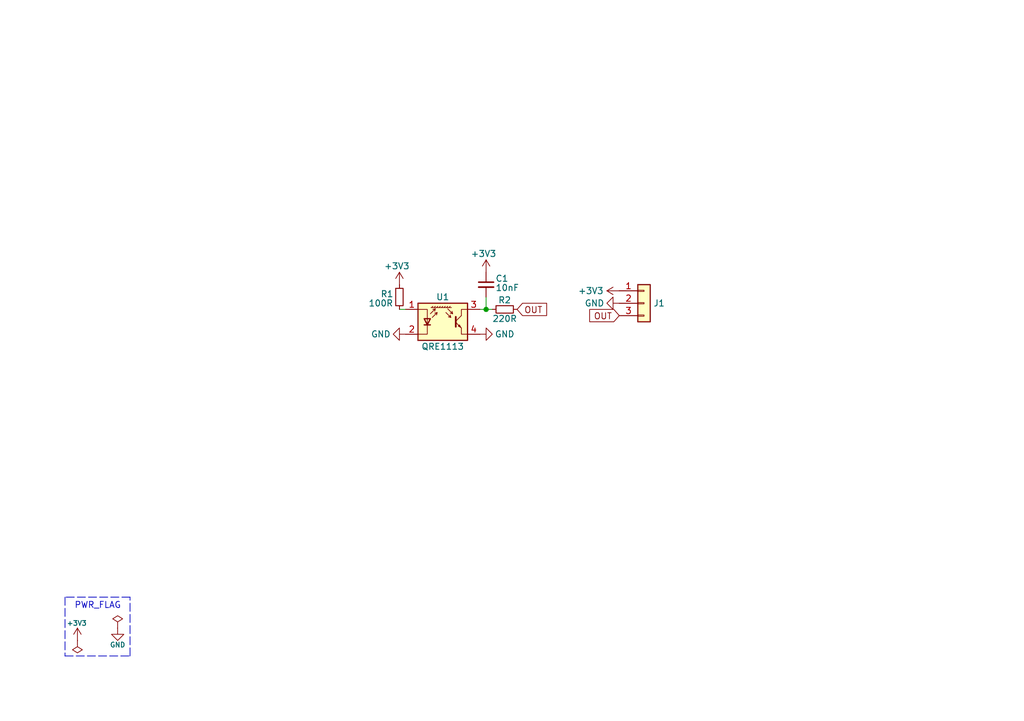
<source format=kicad_sch>
(kicad_sch (version 20211123) (generator eeschema)
  (paper "A5")
  (title_block (title "LaserProjector") (company "StanleyProjects.com"))
  (lib_symbols
    (symbol "Connector_Generic:Conn_01x03" (pin_names (offset 1.016) hide)
      (property "Reference" "J" (at 0 5.08 0))
      (property "Value" "Conn_01x03" (at 0 -5.08 0))
      (symbol "Conn_01x03_1_1"
        (rectangle (start -1.27 -2.413) (end 0 -2.667) (stroke (width 0.1524)))
        (rectangle (start -1.27 0.127) (end 0 -0.127) (stroke (width 0.1524)))
        (rectangle (start -1.27 2.667) (end 0 2.413) (stroke (width 0.1524)))
        (rectangle (start -1.27 3.81) (end 1.27 -3.81) (stroke (width 0.254)) (fill (type background)))
        (pin passive line (at -5.08 2.54 0) (length 3.81) (name "Pin_1") (number "1"))
        (pin passive line (at -5.08 0 0) (length 3.81) (name "Pin_2") (number "2"))
        (pin passive line (at -5.08 -2.54 0) (length 3.81) (name "Pin_3") (number "3"))
      )
    )
    (symbol "Sensor_Proximity:QRE1113" (pin_names (offset 0.0254) hide)
      (property "Reference" "U" (at -3.81 5.08 0))
      (property "Value" "QRE1113" (at 8.89 5.08 0))
      (symbol "QRE1113_0_1"
        (polyline (pts (xy -3.81 -0.635) (xy -2.54 -0.635)) (stroke (width 0.254)))
        (polyline (pts (xy -2.286 2.921) (xy -2.032 3.175)))
        (polyline (pts (xy -1.778 2.921) (xy -1.524 3.175)))
        (polyline (pts (xy -1.524 2.667) (xy -1.651 2.159)))
        (polyline (pts (xy -1.27 2.921) (xy -1.016 3.175)))
        (polyline (pts (xy -1.143 1.905) (xy -1.27 1.397)))
        (polyline (pts (xy -0.762 2.921) (xy -0.508 3.175)))
        (polyline (pts (xy -0.254 2.921) (xy 0 3.175)))
        (polyline (pts (xy 0.254 2.921) (xy 0.508 3.175)))
        (polyline (pts (xy 0.762 2.921) (xy 1.016 3.175)))
        (polyline (pts (xy 1.27 2.921) (xy 1.524 3.175)))
        (polyline (pts (xy 1.651 0.889) (xy 1.143 1.016)))
        (polyline (pts (xy 1.778 2.921) (xy -2.413 2.921)))
        (polyline (pts (xy 2.032 1.651) (xy 1.524 1.778)))
        (polyline (pts (xy 2.667 -0.127) (xy 3.81 -1.27)))
        (polyline (pts (xy 2.667 0.127) (xy 3.81 1.27)))
        (polyline (pts (xy -2.54 1.651) (xy -1.524 2.667) (xy -2.032 2.54)))
        (polyline (pts (xy -2.159 0.889) (xy -1.143 1.905) (xy -1.651 1.778)))
        (polyline (pts (xy 0.635 1.905) (xy 1.651 0.889) (xy 1.524 1.397)))
        (polyline (pts (xy 1.016 2.667) (xy 2.032 1.651) (xy 1.905 2.159)))
        (polyline (pts (xy 2.667 1.016) (xy 2.667 -1.016) (xy 2.667 -1.016)) (stroke (width 0.3556)))
        (polyline (pts (xy 3.81 -1.27) (xy 3.81 -2.54) (xy 5.08 -2.54)))
        (polyline (pts (xy 3.81 1.27) (xy 3.81 2.54) (xy 5.08 2.54)))
        (polyline (pts (xy -5.08 -2.54) (xy -3.175 -2.54) (xy -3.175 2.54) (xy -5.08 2.54)))
        (polyline (pts (xy -3.175 -0.635) (xy -3.81 0.635) (xy -2.54 0.635) (xy -3.175 -0.635)) (stroke (width 0.254)))
        (polyline (pts (xy 3.683 -1.143) (xy 3.429 -0.635) (xy 3.175 -0.889) (xy 3.683 -1.143)))
        (polyline (pts (xy -5.08 -3.81) (xy 5.08 -3.81) (xy 5.08 3.81) (xy -5.08 3.81) (xy -5.08 -3.81)) (stroke (width 0.254)) (fill (type background)))
      )
      (symbol "QRE1113_1_1"
        (pin passive line (at -7.62 2.54 0) (length 2.54) (name "A") (number "1"))
        (pin passive line (at -7.62 -2.54 0) (length 2.54) (name "K") (number "2"))
        (pin open_collector line (at 7.62 2.54 180) (length 2.54) (name "~") (number "3"))
        (pin open_emitter line (at 7.62 -2.54 180) (length 2.54) (name "~") (number "4"))
      )
    )
    (symbol "StanleyProjects:C_10nF_50V_0402" (pin_numbers hide) (pin_names (offset 0.254) hide)
      (property "Reference" "C" (at 0.635 1.905 0))
      (property "Value" "C_10nF_50V_0402" (at 0.762 -2.286 0))
      (symbol "C_10nF_50V_0402_1_1"
        (polyline (pts (xy -1.524 -0.508) (xy 1.524 -0.508)) (stroke (width 0.3302)))
        (polyline (pts (xy -1.524 0.508) (xy 1.524 0.508)) (stroke (width 0.3048)))
        (pin passive line (at 0 2.54 270) (length 2.032) (name "~") (number "1"))
        (pin passive line (at 0 -2.54 90) (length 2.032) (name "~") (number "2"))
      )
    )
    (symbol "StanleyProjects:R_100R_0402" (pin_numbers hide) (pin_names (offset 0.254) hide)
      (property "Reference" "R" (at 0.762 0.508 0))
      (property "Value" "R_100R_0402" (at 0.762 -1.016 0))
      (symbol "R_100R_0402_0_1"
        (rectangle (start -0.762 1.778) (end 0.762 -1.778) (stroke (width 0.2032)))
      )
      (symbol "R_100R_0402_1_1"
        (pin passive line (at 0 2.54 270) (length 0.762) (name "~") (number "1"))
        (pin passive line (at 0 -2.54 90) (length 0.762) (name "~") (number "2"))
      )
    )
    (symbol "StanleyProjects:R_220R_0402" (pin_numbers hide) (pin_names (offset 0.254) hide)
      (property "Reference" "R" (at 0.762 0.508 0))
      (property "Value" "R_220R_0402" (at 0.762 -1.016 0))
      (symbol "R_220R_0402_0_1"
        (rectangle (start -0.762 1.778) (end 0.762 -1.778) (stroke (width 0.2032)))
      )
      (symbol "R_220R_0402_1_1"
        (pin passive line (at 0 2.54 270) (length 0.762) (name "~") (number "1"))
        (pin passive line (at 0 -2.54 90) (length 0.762) (name "~") (number "2"))
      )
    )
    (symbol "power:+3.3V" (power) (pin_names (offset 0))
      (property "Value" "+3.3V" (at 0 3.556 0))
      (symbol "+3.3V_0_1"
        (polyline (pts (xy -0.762 1.27) (xy 0 2.54)))
        (polyline (pts (xy 0 0) (xy 0 2.54)))
        (polyline (pts (xy 0 2.54) (xy 0.762 1.27)))
      )
      (symbol "+3.3V_1_1"
        (pin power_in line (at 0 0 90) (length 0) hide (name "+3V3") (number "1"))
      )
    )
    (symbol "power:GND" (power) (pin_names (offset 0))
      (property "Value" "GND" (at 0 -3.81 0))
      (symbol "GND_0_1"
        (polyline (pts (xy 0 0) (xy 0 -1.27) (xy 1.27 -1.27) (xy 0 -2.54) (xy -1.27 -1.27) (xy 0 -1.27)))
      )
      (symbol "GND_1_1"
        (pin power_in line (at 0 0 270) (length 0) hide (name "GND") (number "1"))
      )
    )
    (symbol "power:PWR_FLAG" (power) (pin_numbers hide) (pin_names (offset 0) hide)
      (property "Value" "PWR_FLAG" (at 0 3.81 0))
      (symbol "PWR_FLAG_0_0"
        (pin power_out line (at 0 0 90) (length 0) (name "pwr") (number "1"))
      )
      (symbol "PWR_FLAG_0_1"
        (polyline (pts (xy 0 0) (xy 0 1.27) (xy -1.016 1.905) (xy 0 2.54) (xy 1.016 1.905) (xy 0 1.27)))
      )
    )
  )
  (junction (at 99.695 63.5))
  (polyline (pts (xy 26.67 134.62) (xy 26.67 122.555)))
  (polyline (pts (xy 26.67 122.555) (xy 13.335 122.555)))
  (wire (pts (xy 83.185 63.5) (xy 81.915 63.5)))
  (wire (pts (xy 98.425 63.5) (xy 99.695 63.5)))
  (polyline (pts (xy 13.335 122.555) (xy 13.335 134.62)))
  (wire (pts (xy 99.695 63.5) (xy 99.695 60.96)))
  (wire (pts (xy 100.965 63.5) (xy 99.695 63.5)))
  (polyline (pts (xy 13.335 134.62) (xy 26.67 134.62)))
  (text "PWR_FLAG" (at 15.24 125.095 0) (effects (font (size 1.27 1.27)) (justify left bottom)))
  (global_label "OUT" (shape input) (at 106.045 63.5 0) (property "Intersheet References" "${INTERSHEET_REFS}" (effects hide)))
  (global_label "OUT" (shape input) (at 127 64.77 180) (property "Intersheet References" "${INTERSHEET_REFS}" (effects hide)))
  (symbol (lib_id "Connector_Generic:Conn_01x03") (at 132.08 62.23 0) (unit 1) (in_bom no)
    (property "Reference" "J1" (at 133.985 62.23 0) (effects (justify left)))
    (property "Value" "Connector" (effects hide))
    (property "Footprint" "Connector_PinSocket_2.54mm:PinSocket_1x03_P2.54mm_Vertical" (effects hide))
  )
  (symbol (lib_id "power:GND") (at 127 62.23 270) (unit 1)
    (property "Reference" "#PWR04" (effects hide))
    (property "Value" "GND" (at 121.92 62.23 90))
  )
  (symbol (lib_id "power:+3.3V") (at 15.875 131.445 0) (unit 1)
    (property "Reference" "#PWR08" (effects hide))
    (property "Value" "+3.3V" (at 15.748 127.889 0) (effects (font (size 0.9906 0.9906))))
  )
  (symbol (lib_id "power:PWR_FLAG") (at 24.13 128.905 0) (unit 1)
    (property "Reference" "#FLG01" (effects hide))
    (property "Value" "PWR_FLAG" (effects hide))
  )
  (symbol (lib_id "power:GND") (at 24.13 128.905 0) (unit 1)
    (property "Reference" "#PWR07" (effects hide))
    (property "Value" "GND" (at 24.13 132.334 0) (effects (font (size 0.9906 0.9906))))
  )
  (symbol (lib_id "Sensor_Proximity:QRE1113") (at 90.805 66.04 0) (unit 1)
    (property "Reference" "U1" (at 90.805 60.96 0))
    (property "Value" "QRE1113" (at 90.805 71.12 0))
    (property "Footprint" "OptoDevice:OnSemi_CASE100CY" (effects hide))
    (property "Datasheet" "http://www.onsemi.com/pub/Collateral/QRE1113-D.PDF" (effects hide))
  )
  (symbol (lib_id "StanleyProjects:R_100R_0402") (at 81.915 60.96 180) (unit 1)
    (property "Reference" "R1" (at 79.375 60.325 0))
    (property "Value" "100R" (at 78.105 62.23 0))
    (property "Footprint" "Resistor_SMD:R_0402_1005Metric" (effects hide))
    (property "Datasheet" "https://eu.mouser.com/datasheet/2/447/PYu-AC_51_RoHS_L_7-1714230.pdf" (effects hide))
    (property "MPN" "AC0402FR-07100RL" (effects hide))
    (property "Manufacturer" "Yageo" (effects hide))
    (property "Package" "0402" (effects hide))
  )
  (symbol (lib_id "power:GND") (at 83.185 68.58 270) (unit 1)
    (property "Reference" "#PWR05" (effects hide))
    (property "Value" "GND" (at 78.105 68.58 90))
  )
  (symbol (lib_id "power:GND") (at 98.425 68.58 90) (unit 1)
    (property "Reference" "#PWR06" (effects hide))
    (property "Value" "GND" (at 103.505 68.58 90))
  )
  (symbol (lib_id "power:+3.3V") (at 99.695 55.88 0) (unit 1)
    (property "Reference" "#PWR01" (effects hide))
    (property "Value" "+3.3V" (at 96.52 52.07 0) (effects (justify left)))
  )
  (symbol (lib_id "StanleyProjects:R_220R_0402") (at 103.505 63.5 270) (unit 1)
    (property "Reference" "R2" (at 103.505 61.595 90))
    (property "Value" "220R" (at 103.505 65.405 90))
    (property "Footprint" "Resistor_SMD:R_0402_1005Metric" (effects hide))
    (property "Datasheet" "https://datasheet.lcsc.com/szlcsc/1811011214_UNI-ROYAL-Uniroyal-Elec-0402WGF2200TCE_C25091.pdf" (effects hide))
    (property "MPN" "0402WGF2200TCE" (effects hide))
    (property "Manufacturer" "UNI-ROYAL" (effects hide))
    (property "Package" "0402" (effects hide))
  )
  (symbol (lib_id "StanleyProjects:C_10nF_50V_0402") (at 99.695 58.42 0) (unit 1)
    (property "Reference" "C1" (at 101.6 57.15 0) (effects (justify left)))
    (property "Value" "10nF" (at 101.6 59.055 0) (effects (justify left)))
    (property "Footprint" "Capacitor_SMD:C_0402_1005Metric" (effects hide))
    (property "Datasheet" "https://datasheet.lcsc.com/szlcsc/1810191223_Samsung-Electro-Mechanics-CL05B103KB5NNNC_C15195.pdf" (effects hide))
    (property "MPN" "CL05B103KB5NNNC" (effects hide))
    (property "Manufacturer" "Samsung Electro-Mechanics" (effects hide))
    (property "Package" "0402" (effects hide))
  )
  (symbol (lib_id "power:+3.3V") (at 81.915 58.42 0) (unit 1)
    (property "Reference" "#PWR02" (effects hide))
    (property "Value" "+3.3V" (at 78.74 54.61 0) (effects (justify left)))
  )
  (symbol (lib_id "power:+3.3V") (at 127 59.69 90) (unit 1)
    (property "Reference" "#PWR03" (effects hide))
    (property "Value" "+3.3V" (at 123.825 59.69 90) (effects (justify left)))
  )
  (symbol (lib_id "power:PWR_FLAG") (at 15.875 131.445 180) (unit 1)
    (property "Reference" "#FLG02" (effects hide))
    (property "Value" "PWR_FLAG" (effects hide))
  )
)
</source>
